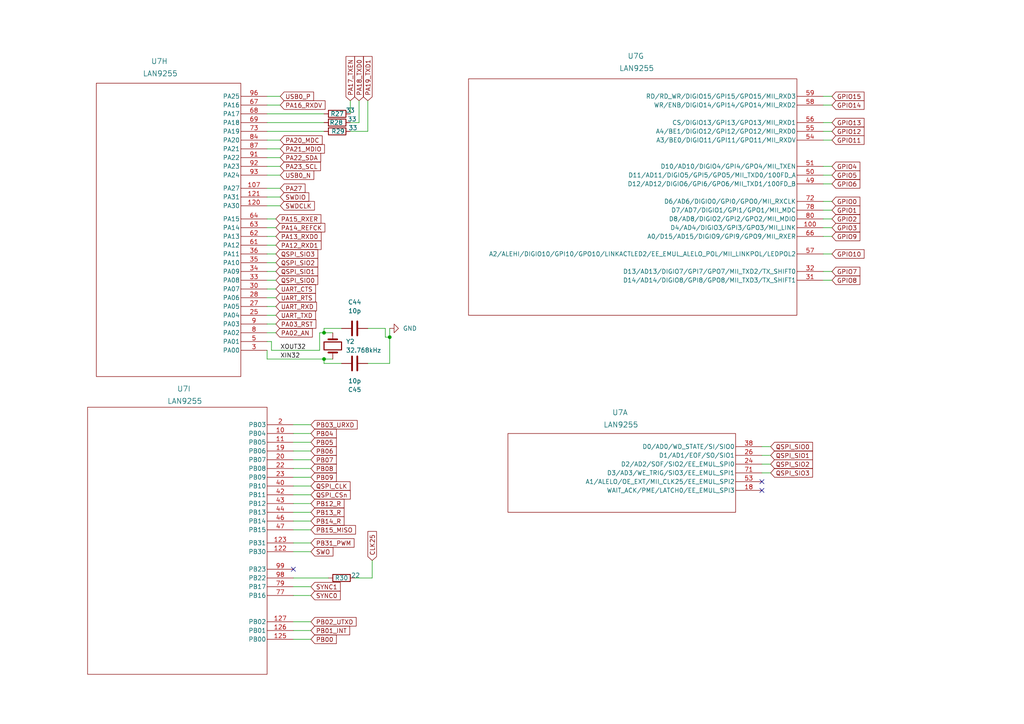
<source format=kicad_sch>
(kicad_sch (version 20231120) (generator "eeschema") (generator_version "8.0")
  (paper "A4")
  (junction (at 93.98 104.14))
  (junction (at 93.98 96.52))
  (junction (at 113.03 97.79))
  (no_connect (at 220.98 142.24))
  (no_connect (at 220.98 139.7))
  (no_connect (at 85.09 165.1))
  (wire (pts (xy 238.76 58.42) (xy 241.3 58.42)))
  (wire (pts (xy 92.71 96.52) (xy 92.71 101.6)))
  (wire (pts (xy 77.47 38.1) (xy 93.98 38.1)))
  (wire (pts (xy 238.76 35.56) (xy 241.3 35.56)))
  (wire (pts (xy 85.09 151.13) (xy 90.17 151.13)))
  (wire (pts (xy 77.47 91.44) (xy 80.01 91.44)))
  (wire (pts (xy 85.09 153.67) (xy 90.17 153.67)))
  (wire (pts (xy 77.47 30.48) (xy 81.28 30.48)))
  (wire (pts (xy 220.98 137.16) (xy 223.52 137.16)))
  (wire (pts (xy 220.98 134.62) (xy 223.52 134.62)))
  (wire (pts (xy 220.98 129.54) (xy 223.52 129.54)))
  (wire (pts (xy 77.47 66.04) (xy 80.01 66.04)))
  (wire (pts (xy 77.47 104.14) (xy 93.98 104.14)))
  (wire (pts (xy 238.76 66.04) (xy 241.3 66.04)))
  (wire (pts (xy 111.76 97.79) (xy 113.03 97.79)))
  (wire (pts (xy 99.06 95.25) (xy 93.98 95.25)))
  (wire (pts (xy 238.76 73.66) (xy 241.3 73.66)))
  (wire (pts (xy 99.06 105.41) (xy 93.98 105.41)))
  (wire (pts (xy 77.47 99.06) (xy 78.74 99.06)))
  (wire (pts (xy 77.47 35.56) (xy 93.98 35.56)))
  (wire (pts (xy 107.95 162.56) (xy 107.95 167.64)))
  (wire (pts (xy 85.09 160.02) (xy 90.17 160.02)))
  (wire (pts (xy 93.98 104.14) (xy 96.52 104.14)))
  (wire (pts (xy 113.03 105.41) (xy 106.68 105.41)))
  (wire (pts (xy 85.09 143.51) (xy 90.17 143.51)))
  (wire (pts (xy 238.76 27.94) (xy 241.3 27.94)))
  (wire (pts (xy 106.68 95.25) (xy 111.76 95.25)))
  (wire (pts (xy 238.76 40.64) (xy 241.3 40.64)))
  (wire (pts (xy 77.47 71.12) (xy 80.01 71.12)))
  (wire (pts (xy 85.09 167.64) (xy 95.25 167.64)))
  (wire (pts (xy 77.47 50.8) (xy 81.28 50.8)))
  (wire (pts (xy 77.47 40.64) (xy 81.28 40.64)))
  (wire (pts (xy 85.09 170.18) (xy 90.17 170.18)))
  (wire (pts (xy 77.47 104.14) (xy 77.47 101.6)))
  (wire (pts (xy 78.74 101.6) (xy 92.71 101.6)))
  (wire (pts (xy 77.47 76.2) (xy 80.01 76.2)))
  (wire (pts (xy 77.47 59.69) (xy 81.28 59.69)))
  (wire (pts (xy 85.09 128.27) (xy 90.17 128.27)))
  (wire (pts (xy 77.47 27.94) (xy 81.28 27.94)))
  (wire (pts (xy 78.74 99.06) (xy 78.74 101.6)))
  (wire (pts (xy 107.95 167.64) (xy 102.87 167.64)))
  (wire (pts (xy 77.47 33.02) (xy 93.98 33.02)))
  (wire (pts (xy 238.76 63.5) (xy 241.3 63.5)))
  (wire (pts (xy 77.47 68.58) (xy 80.01 68.58)))
  (wire (pts (xy 77.47 63.5) (xy 80.01 63.5)))
  (wire (pts (xy 111.76 95.25) (xy 111.76 97.79)))
  (wire (pts (xy 238.76 68.58) (xy 241.3 68.58)))
  (wire (pts (xy 85.09 146.05) (xy 90.17 146.05)))
  (wire (pts (xy 113.03 95.25) (xy 113.03 97.79)))
  (wire (pts (xy 77.47 96.52) (xy 80.01 96.52)))
  (wire (pts (xy 238.76 60.96) (xy 241.3 60.96)))
  (wire (pts (xy 101.6 29.21) (xy 101.6 33.02)))
  (wire (pts (xy 85.09 123.19) (xy 90.17 123.19)))
  (wire (pts (xy 77.47 81.28) (xy 80.01 81.28)))
  (wire (pts (xy 238.76 30.48) (xy 241.3 30.48)))
  (wire (pts (xy 77.47 83.82) (xy 80.01 83.82)))
  (wire (pts (xy 85.09 138.43) (xy 90.17 138.43)))
  (wire (pts (xy 238.76 50.8) (xy 241.3 50.8)))
  (wire (pts (xy 85.09 172.72) (xy 90.17 172.72)))
  (wire (pts (xy 77.47 57.15) (xy 81.28 57.15)))
  (wire (pts (xy 104.14 29.21) (xy 104.14 35.56)))
  (wire (pts (xy 238.76 48.26) (xy 241.3 48.26)))
  (wire (pts (xy 101.6 38.1) (xy 106.68 38.1)))
  (wire (pts (xy 238.76 53.34) (xy 241.3 53.34)))
  (wire (pts (xy 77.47 54.61) (xy 81.28 54.61)))
  (wire (pts (xy 106.68 38.1) (xy 106.68 29.21)))
  (wire (pts (xy 85.09 157.48) (xy 90.17 157.48)))
  (wire (pts (xy 77.47 73.66) (xy 80.01 73.66)))
  (wire (pts (xy 220.98 132.08) (xy 223.52 132.08)))
  (wire (pts (xy 238.76 38.1) (xy 241.3 38.1)))
  (wire (pts (xy 92.71 96.52) (xy 93.98 96.52)))
  (wire (pts (xy 113.03 97.79) (xy 113.03 105.41)))
  (wire (pts (xy 85.09 182.88) (xy 90.17 182.88)))
  (wire (pts (xy 85.09 140.97) (xy 90.17 140.97)))
  (wire (pts (xy 93.98 96.52) (xy 96.52 96.52)))
  (wire (pts (xy 85.09 133.35) (xy 90.17 133.35)))
  (wire (pts (xy 85.09 148.59) (xy 90.17 148.59)))
  (wire (pts (xy 85.09 130.81) (xy 90.17 130.81)))
  (wire (pts (xy 77.47 43.18) (xy 81.28 43.18)))
  (wire (pts (xy 77.47 88.9) (xy 80.01 88.9)))
  (wire (pts (xy 238.76 81.28) (xy 241.3 81.28)))
  (wire (pts (xy 77.47 93.98) (xy 80.01 93.98)))
  (wire (pts (xy 77.47 86.36) (xy 80.01 86.36)))
  (wire (pts (xy 85.09 135.89) (xy 90.17 135.89)))
  (wire (pts (xy 77.47 48.26) (xy 81.28 48.26)))
  (wire (pts (xy 77.47 45.72) (xy 81.28 45.72)))
  (wire (pts (xy 93.98 95.25) (xy 93.98 96.52)))
  (wire (pts (xy 85.09 180.34) (xy 90.17 180.34)))
  (wire (pts (xy 238.76 78.74) (xy 241.3 78.74)))
  (wire (pts (xy 101.6 35.56) (xy 104.14 35.56)))
  (wire (pts (xy 77.47 78.74) (xy 80.01 78.74)))
  (wire (pts (xy 85.09 125.73) (xy 90.17 125.73)))
  (wire (pts (xy 85.09 185.42) (xy 90.17 185.42)))
  (wire (pts (xy 93.98 105.41) (xy 93.98 104.14)))
  (label "XIN32" (at 81.28 104.14 0))
  (label "XOUT32" (at 81.28 101.6 0))
  (global_label "PA23_SCL" (shape input) (at 81.28 48.26 0) (property "Intersheetrefs" "${INTERSHEET_REFS}" (effects (hide yes))))
  (global_label "SYNC1" (shape input) (at 90.17 170.18 0) (property "Intersheetrefs" "${INTERSHEET_REFS}" (effects (hide yes))))
  (global_label "PB04" (shape input) (at 90.17 125.73 0) (property "Intersheetrefs" "${INTERSHEET_REFS}" (effects (hide yes))))
  (global_label "PB31_PWM" (shape input) (at 90.17 157.48 0) (property "Intersheetrefs" "${INTERSHEET_REFS}" (effects (hide yes))))
  (global_label "PB07" (shape input) (at 90.17 133.35 0) (property "Intersheetrefs" "${INTERSHEET_REFS}" (effects (hide yes))))
  (global_label "PA12_RXD1" (shape input) (at 80.01 71.12 0) (property "Intersheetrefs" "${INTERSHEET_REFS}" (effects (hide yes))))
  (global_label "PB03_URXD" (shape input) (at 90.17 123.19 0) (property "Intersheetrefs" "${INTERSHEET_REFS}" (effects (hide yes))))
  (global_label "QSPI_CLK" (shape input) (at 90.17 140.97 0) (property "Intersheetrefs" "${INTERSHEET_REFS}" (effects (hide yes))))
  (global_label "PA15_RXER" (shape input) (at 80.01 63.5 0) (property "Intersheetrefs" "${INTERSHEET_REFS}" (effects (hide yes))))
  (global_label "QSPI_SIO2" (shape input) (at 80.01 76.2 0) (property "Intersheetrefs" "${INTERSHEET_REFS}" (effects (hide yes))))
  (global_label "PB12_R" (shape input) (at 90.17 146.05 0) (property "Intersheetrefs" "${INTERSHEET_REFS}" (effects (hide yes))))
  (global_label "QSPI_SIO1" (shape input) (at 223.52 132.08 0) (property "Intersheetrefs" "${INTERSHEET_REFS}" (effects (hide yes))))
  (global_label "PB05" (shape input) (at 90.17 128.27 0) (property "Intersheetrefs" "${INTERSHEET_REFS}" (effects (hide yes))))
  (global_label "UART_RTS" (shape input) (at 80.01 86.36 0) (property "Intersheetrefs" "${INTERSHEET_REFS}" (effects (hide yes))))
  (global_label "GPIO4" (shape input) (at 241.3 48.26 0) (property "Intersheetrefs" "${INTERSHEET_REFS}" (effects (hide yes))))
  (global_label "QSPI_SIO1" (shape input) (at 80.01 78.74 0) (property "Intersheetrefs" "${INTERSHEET_REFS}" (effects (hide yes))))
  (global_label "CLK25" (shape input) (at 107.95 162.56 90) (property "Intersheetrefs" "${INTERSHEET_REFS}" (effects (hide yes))))
  (global_label "GPIO12" (shape input) (at 241.3 38.1 0) (property "Intersheetrefs" "${INTERSHEET_REFS}" (effects (hide yes))))
  (global_label "PA02_AN" (shape input) (at 80.01 96.52 0) (property "Intersheetrefs" "${INTERSHEET_REFS}" (effects (hide yes))))
  (global_label "PA20_MDC" (shape input) (at 81.28 40.64 0) (property "Intersheetrefs" "${INTERSHEET_REFS}" (effects (hide yes))))
  (global_label "GPIO1" (shape input) (at 241.3 60.96 0) (property "Intersheetrefs" "${INTERSHEET_REFS}" (effects (hide yes))))
  (global_label "PB09" (shape input) (at 90.17 138.43 0) (property "Intersheetrefs" "${INTERSHEET_REFS}" (effects (hide yes))))
  (global_label "PA19_TXD1" (shape input) (at 106.68 29.21 90) (property "Intersheetrefs" "${INTERSHEET_REFS}" (effects (hide yes))))
  (global_label "QSPI_SIO3" (shape input) (at 80.01 73.66 0) (property "Intersheetrefs" "${INTERSHEET_REFS}" (effects (hide yes))))
  (global_label "USB0_P" (shape input) (at 81.28 27.94 0) (property "Intersheetrefs" "${INTERSHEET_REFS}" (effects (hide yes))))
  (global_label "GPIO5" (shape input) (at 241.3 50.8 0) (property "Intersheetrefs" "${INTERSHEET_REFS}" (effects (hide yes))))
  (global_label "SWO" (shape input) (at 90.17 160.02 0) (property "Intersheetrefs" "${INTERSHEET_REFS}" (effects (hide yes))))
  (global_label "GPIO8" (shape input) (at 241.3 81.28 0) (property "Intersheetrefs" "${INTERSHEET_REFS}" (effects (hide yes))))
  (global_label "PA22_SDA" (shape input) (at 81.28 45.72 0) (property "Intersheetrefs" "${INTERSHEET_REFS}" (effects (hide yes))))
  (global_label "GPIO14" (shape input) (at 241.3 30.48 0) (property "Intersheetrefs" "${INTERSHEET_REFS}" (effects (hide yes))))
  (global_label "QSPI_SIO0" (shape input) (at 80.01 81.28 0) (property "Intersheetrefs" "${INTERSHEET_REFS}" (effects (hide yes))))
  (global_label "PB13_R" (shape input) (at 90.17 148.59 0) (property "Intersheetrefs" "${INTERSHEET_REFS}" (effects (hide yes))))
  (global_label "UART_RXD" (shape input) (at 80.01 88.9 0) (property "Intersheetrefs" "${INTERSHEET_REFS}" (effects (hide yes))))
  (global_label "PB01_INT" (shape input) (at 90.17 182.88 0) (property "Intersheetrefs" "${INTERSHEET_REFS}" (effects (hide yes))))
  (global_label "PA16_RXDV" (shape input) (at 81.28 30.48 0) (property "Intersheetrefs" "${INTERSHEET_REFS}" (effects (hide yes))))
  (global_label "PB14_R" (shape input) (at 90.17 151.13 0) (property "Intersheetrefs" "${INTERSHEET_REFS}" (effects (hide yes))))
  (global_label "PA21_MDIO" (shape input) (at 81.28 43.18 0) (property "Intersheetrefs" "${INTERSHEET_REFS}" (effects (hide yes))))
  (global_label "PA27" (shape input) (at 81.28 54.61 0) (property "Intersheetrefs" "${INTERSHEET_REFS}" (effects (hide yes))))
  (global_label "PB08" (shape input) (at 90.17 135.89 0) (property "Intersheetrefs" "${INTERSHEET_REFS}" (effects (hide yes))))
  (global_label "PA14_REFCK" (shape input) (at 80.01 66.04 0) (property "Intersheetrefs" "${INTERSHEET_REFS}" (effects (hide yes))))
  (global_label "UART_TXD" (shape input) (at 80.01 91.44 0) (property "Intersheetrefs" "${INTERSHEET_REFS}" (effects (hide yes))))
  (global_label "PB00" (shape input) (at 90.17 185.42 0) (property "Intersheetrefs" "${INTERSHEET_REFS}" (effects (hide yes))))
  (global_label "PA13_RXD0" (shape input) (at 80.01 68.58 0) (property "Intersheetrefs" "${INTERSHEET_REFS}" (effects (hide yes))))
  (global_label "GPIO10" (shape input) (at 241.3 73.66 0) (property "Intersheetrefs" "${INTERSHEET_REFS}" (effects (hide yes))))
  (global_label "QSPI_SIO0" (shape input) (at 223.52 129.54 0) (property "Intersheetrefs" "${INTERSHEET_REFS}" (effects (hide yes))))
  (global_label "GPIO13" (shape input) (at 241.3 35.56 0) (property "Intersheetrefs" "${INTERSHEET_REFS}" (effects (hide yes))))
  (global_label "USB0_N" (shape input) (at 81.28 50.8 0) (property "Intersheetrefs" "${INTERSHEET_REFS}" (effects (hide yes))))
  (global_label "PB15_MISO" (shape input) (at 90.17 153.67 0) (property "Intersheetrefs" "${INTERSHEET_REFS}" (effects (hide yes))))
  (global_label "GPIO3" (shape input) (at 241.3 66.04 0) (property "Intersheetrefs" "${INTERSHEET_REFS}" (effects (hide yes))))
  (global_label "PB02_UTXD" (shape input) (at 90.17 180.34 0) (property "Intersheetrefs" "${INTERSHEET_REFS}" (effects (hide yes))))
  (global_label "GPIO15" (shape input) (at 241.3 27.94 0) (property "Intersheetrefs" "${INTERSHEET_REFS}" (effects (hide yes))))
  (global_label "GPIO6" (shape input) (at 241.3 53.34 0) (property "Intersheetrefs" "${INTERSHEET_REFS}" (effects (hide yes))))
  (global_label "QSPI_SIO3" (shape input) (at 223.52 137.16 0) (property "Intersheetrefs" "${INTERSHEET_REFS}" (effects (hide yes))))
  (global_label "PA17_TXEN" (shape input) (at 101.6 29.21 90) (property "Intersheetrefs" "${INTERSHEET_REFS}" (effects (hide yes))))
  (global_label "GPIO0" (shape input) (at 241.3 58.42 0) (property "Intersheetrefs" "${INTERSHEET_REFS}" (effects (hide yes))))
  (global_label "QSPI_SIO2" (shape input) (at 223.52 134.62 0) (property "Intersheetrefs" "${INTERSHEET_REFS}" (effects (hide yes))))
  (global_label "PB06" (shape input) (at 90.17 130.81 0) (property "Intersheetrefs" "${INTERSHEET_REFS}" (effects (hide yes))))
  (global_label "SYNC0" (shape input) (at 90.17 172.72 0) (property "Intersheetrefs" "${INTERSHEET_REFS}" (effects (hide yes))))
  (global_label "GPIO9" (shape input) (at 241.3 68.58 0) (property "Intersheetrefs" "${INTERSHEET_REFS}" (effects (hide yes))))
  (global_label "GPIO11" (shape input) (at 241.3 40.64 0) (property "Intersheetrefs" "${INTERSHEET_REFS}" (effects (hide yes))))
  (global_label "GPIO2" (shape input) (at 241.3 63.5 0) (property "Intersheetrefs" "${INTERSHEET_REFS}" (effects (hide yes))))
  (global_label "UART_CTS" (shape input) (at 80.01 83.82 0) (property "Intersheetrefs" "${INTERSHEET_REFS}" (effects (hide yes))))
  (global_label "SWDCLK" (shape input) (at 81.28 59.69 0) (property "Intersheetrefs" "${INTERSHEET_REFS}" (effects (hide yes))))
  (global_label "PA03_RST" (shape input) (at 80.01 93.98 0) (property "Intersheetrefs" "${INTERSHEET_REFS}" (effects (hide yes))))
  (global_label "SWDIO" (shape input) (at 81.28 57.15 0) (property "Intersheetrefs" "${INTERSHEET_REFS}" (effects (hide yes))))
  (global_label "PA18_TXD0" (shape input) (at 104.14 29.21 90) (property "Intersheetrefs" "${INTERSHEET_REFS}" (effects (hide yes))))
  (global_label "QSPI_CSn" (shape input) (at 90.17 143.51 0) (property "Intersheetrefs" "${INTERSHEET_REFS}" (effects (hide yes))))
  (global_label "GPIO7" (shape input) (at 241.3 78.74 0) (property "Intersheetrefs" "${INTERSHEET_REFS}" (effects (hide yes))))
  (symbol (lib_id "power:GND") (at 113.03 95.25 90) (unit 1)
    (property "Reference" "#PWR033" (effects (hide yes)))
    (property "Value" "GND" (at 116.84 95.2499 90) (effects (justify right)))
    (property "Description" "Power symbol creates a global label with name \"GND\" , ground" (effects (hide yes)))
  )
  (symbol (lib_id "Device:Crystal") (at 96.52 100.33 90) (unit 1)
    (property "Reference" "Y2" (at 100.33 99.0599 90) (effects (justify right)))
    (property "Value" "32.768kHz" (at 100.33 101.5999 90) (effects (justify right)))
    (property "Footprint" "Crystal:Crystal_AT310_D3.0mm_L10.0mm_Horizontal" (effects (hide yes)))
    (property "Description" "Two pin crystal" (effects (hide yes)))
  )
  (symbol (lib_id "Device:C") (at 102.87 95.25 90) (unit 1)
    (property "Reference" "C44" (at 102.87 87.63 90))
    (property "Value" "10p" (at 102.87 90.17 90))
    (property "Footprint" "Capacitor_SMD:C_0805_2012Metric" (effects (hide yes)))
    (property "Description" "Unpolarized capacitor" (effects (hide yes)))
  )
  (symbol (lib_name "LAN9255_4") (lib_id "LAN9255:LAN9255") (at -90.17 30.48 0) (unit 8)
    (property "Reference" "U7" (at 46.228 17.78 0) (effects (font (size 1.524 1.524))))
    (property "Value" "LAN9255" (at 46.482 21.336 0) (effects (font (size 1.524 1.524))))
    (property "Footprint" "LAN9255:128-TQFP_9.0EPAD_MCH" (effects (hide yes)))
    (property "Datasheet" "LAN9255" (effects (hide yes)))
  )
  (symbol (lib_id "Device:R") (at 97.79 33.02 90) (unit 1)
    (property "Reference" "R27" (at 97.79 33.02 90))
    (property "Value" "33" (at 101.6 32.004 90))
    (property "Footprint" "Resistor_SMD:R_0805_2012Metric" (effects (hide yes)))
    (property "Description" "Resistor" (effects (hide yes)))
  )
  (symbol (lib_id "Device:R") (at 99.06 167.64 90) (unit 1)
    (property "Reference" "R30" (at 99.06 167.64 90))
    (property "Value" "22" (at 103.124 166.878 90))
    (property "Footprint" "Resistor_SMD:R_0805_2012Metric" (effects (hide yes)))
    (property "Description" "Resistor" (effects (hide yes)))
  )
  (symbol (lib_name "LAN9255_2") (lib_id "LAN9255:LAN9255") (at 53.34 132.08 0) (unit 1)
    (property "Reference" "U7" (at 179.832 119.634 0) (effects (font (size 1.524 1.524))))
    (property "Value" "LAN9255" (at 180.086 123.19 0) (effects (font (size 1.524 1.524))))
    (property "Footprint" "LAN9255:128-TQFP_9.0EPAD_MCH" (effects (hide yes)))
    (property "Datasheet" "LAN9255" (effects (hide yes)))
  )
  (symbol (lib_id "Device:C") (at 102.87 105.41 270) (mirror x) (unit 1)
    (property "Reference" "C45" (at 102.87 113.03 90))
    (property "Value" "10p" (at 102.87 110.49 90))
    (property "Footprint" "Capacitor_SMD:C_0805_2012Metric" (effects (hide yes)))
    (property "Description" "Unpolarized capacitor" (effects (hide yes)))
  )
  (symbol (lib_id "Device:R") (at 97.79 35.56 270) (unit 1)
    (property "Reference" "R28" (at 97.536 35.56 90))
    (property "Value" "33" (at 102.108 34.544 90))
    (property "Footprint" "Resistor_SMD:R_0805_2012Metric" (effects (hide yes)))
    (property "Description" "Resistor" (effects (hide yes)))
  )
  (symbol (lib_id "Device:R") (at 97.79 38.1 270) (unit 1)
    (property "Reference" "R29" (at 98.044 38.1 90))
    (property "Value" "33" (at 102.362 37.084 90))
    (property "Footprint" "Resistor_SMD:R_0805_2012Metric" (effects (hide yes)))
    (property "Description" "Resistor" (effects (hide yes)))
  )
  (symbol (lib_name "LAN9255_3") (lib_id "LAN9255:LAN9255") (at -82.55 124.46 0) (unit 9)
    (property "Reference" "U7" (at 53.34 112.776 0) (effects (font (size 1.524 1.524))))
    (property "Value" "LAN9255" (at 53.594 116.332 0) (effects (font (size 1.524 1.524))))
    (property "Footprint" "LAN9255:128-TQFP_9.0EPAD_MCH" (effects (hide yes)))
    (property "Datasheet" "LAN9255" (effects (hide yes)))
  )
  (symbol (lib_name "LAN9255_1") (lib_id "LAN9255:LAN9255") (at 71.12 30.48 0) (unit 7)
    (property "Reference" "U7" (at 184.404 16.256 0) (effects (font (size 1.524 1.524))))
    (property "Value" "LAN9255" (at 184.658 19.812 0) (effects (font (size 1.524 1.524))))
    (property "Footprint" "LAN9255:128-TQFP_9.0EPAD_MCH" (effects (hide yes)))
    (property "Datasheet" "LAN9255" (effects (hide yes)))
  )
)
</source>
